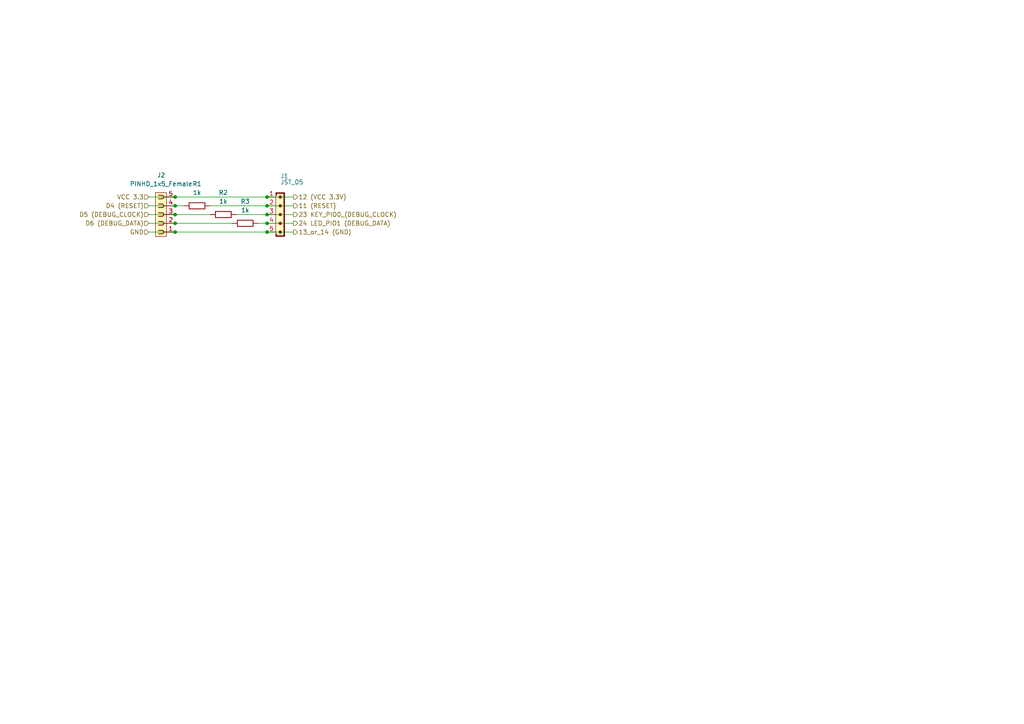
<source format=kicad_sch>
(kicad_sch (version 20250114) (generator "eeschema") (generator_version "9.0")
  (paper "A4")
  (lib_symbols
    (symbol "PCM_SL_Connectors:JST_05"
      (property "Reference" "J" (at 0 11.43 0))
      (property "Value" "JST_05" (at 0 8.89 0))
      (symbol "JST_05_0_1"
        (rectangle (start -1.27 6.35) (end 1.27 -6.35) (fill (type background)))
        (polyline (pts (xy -1.27 -5.588) (xy -1.27 -6.35) (xy 1.27 -6.35) (xy 1.27 -5.588) (xy 1.016 -5.588) (xy 1.016 -6.096) (xy -1.016 -6.096) (xy -1.016 -5.588) (xy -1.27 -5.588)) (fill (type outline)))
        (circle (center 0 5.08) (radius 0.381) (fill (type outline)))
        (circle (center 0 2.54) (radius 0.381) (fill (type outline)))
        (circle (center 0 0) (radius 0.381) (fill (type outline)))
        (circle (center 0 -2.54) (radius 0.381) (fill (type outline)))
        (circle (center 0 -5.08) (radius 0.381) (fill (type outline)))
        (rectangle (start 1.016 5.588) (end 1.27 -5.588) (fill (type outline)))
        (polyline (pts (xy 1.27 5.588) (xy 1.27 6.35) (xy -1.27 6.35) (xy -1.27 5.588) (xy -1.016 5.588) (xy -1.016 6.096) (xy 1.016 6.096) (xy 1.016 5.588) (xy 1.27 5.588)) (fill (type outline)))
      )
      (symbol "JST_05_1_1"
        (pin passive line (at -3.81 5.08 0) (length 2.54) (name "") (number "1"))
        (pin passive line (at -3.81 2.54 0) (length 2.54) (name "") (number "2"))
        (pin passive line (at -3.81 0 0) (length 2.54) (name "") (number "3"))
        (pin passive line (at -3.81 -2.54 0) (length 2.54) (name "") (number "4"))
        (pin passive line (at -3.81 -5.08 0) (length 2.54) (name "") (number "5"))
      )
    )
    (symbol "PCM_SL_Pin_Headers:PINHD_1x5_Female"
      (property "Reference" "J" (at 0 11.43 0))
      (property "Value" "PINHD_1x5_Female" (at 0 8.89 0))
      (symbol "PINHD_1x5_Female_0_1"
        (rectangle (start -1.27 6.35) (end 1.905 -6.35) (fill (type background)))
        (polyline (pts (xy -1.27 5.08) (xy -0.508 5.08)) (stroke (width 0.25)))
        (polyline (pts (xy -1.27 2.54) (xy -0.508 2.54)) (stroke (width 0.25)))
        (polyline (pts (xy -1.27 0) (xy -0.508 0)) (stroke (width 0.25)))
        (polyline (pts (xy -1.27 -2.54) (xy -0.508 -2.54)) (stroke (width 0.25)))
        (polyline (pts (xy -1.27 -5.08) (xy -0.508 -5.08)) (stroke (width 0.25)))
        (polyline (pts (xy 0 5.588) (xy 1.016 5.588)) (stroke (width 0.25)))
        (arc (start -0.508 5.08) (mid -0.3592 5.4392) (end 0 5.588) (stroke (width 0.25)))
        (arc (start 0 4.572) (mid -0.3592 4.7208) (end -0.508 5.08) (stroke (width 0.25)))
        (polyline (pts (xy 0 4.572) (xy 1.016 4.572)) (stroke (width 0.25)))
        (polyline (pts (xy 0 3.048) (xy 1.016 3.048)) (stroke (width 0.25)))
        (arc (start -0.508 2.54) (mid -0.3592 2.8992) (end 0 3.048) (stroke (width 0.25)))
        (arc (start 0 2.032) (mid -0.3592 2.1808) (end -0.508 2.54) (stroke (width 0.25)))
        (polyline (pts (xy 0 2.032) (xy 1.016 2.032)) (stroke (width 0.25)))
        (polyline (pts (xy 0 0.508) (xy 1.016 0.508)) (stroke (width 0.25)))
        (arc (start -0.508 0) (mid -0.3592 0.3592) (end 0 0.508) (stroke (width 0.25)))
        (arc (start 0 -0.508) (mid -0.3592 -0.3592) (end -0.508 0) (stroke (width 0.25)))
        (polyline (pts (xy 0 -0.508) (xy 1.016 -0.508)) (stroke (width 0.25)))
        (polyline (pts (xy 0 -2.032) (xy 1.016 -2.032)) (stroke (width 0.25)))
        (arc (start -0.508 -2.54) (mid -0.3592 -2.1808) (end 0 -2.032) (stroke (width 0.25)))
        (arc (start 0 -3.048) (mid -0.3592 -2.8992) (end -0.508 -2.54) (stroke (width 0.25)))
        (polyline (pts (xy 0 -3.048) (xy 1.016 -3.048)) (stroke (width 0.25)))
        (polyline (pts (xy 0 -4.572) (xy 1.016 -4.572)) (stroke (width 0.25)))
        (arc (start -0.508 -5.08) (mid -0.3592 -4.7208) (end 0 -4.572) (stroke (width 0.25)))
        (arc (start 0 -5.588) (mid -0.3592 -5.4392) (end -0.508 -5.08) (stroke (width 0.25)))
        (polyline (pts (xy 0 -5.588) (xy 1.016 -5.588)) (stroke (width 0.25)))
      )
      (symbol "PINHD_1x5_Female_1_1"
        (pin passive line (at -3.81 5.08 0) (length 2.54) (name "") (number "1"))
        (pin passive line (at -3.81 2.54 0) (length 2.54) (name "") (number "2"))
        (pin passive line (at -3.81 0 0) (length 2.54) (name "") (number "3"))
        (pin passive line (at -3.81 -2.54 0) (length 2.54) (name "") (number "4"))
        (pin passive line (at -3.81 -5.08 0) (length 2.54) (name "") (number "5"))
      )
    )
    (symbol "PCM_SL_Resistors:1k"
      (property "Reference" "R" (at 0 5.08 0))
      (property "Value" "1k" (at 0 2.54 0))
      (symbol "1k_0_1"
        (rectangle (start -2.286 0.889) (end 2.286 -0.889) (stroke (width 0.24)))
      )
      (symbol "1k_1_1"
        (pin passive line (at -3.81 0 0) (length 1.5) (name "") (number "1"))
        (pin passive line (at 3.81 0 180) (length 1.5) (name "~") (number "2"))
      )
    )
  )
  (junction (at 50.8 57.15))
  (junction (at 50.8 67.31))
  (junction (at 50.8 62.23))
  (junction (at 77.47 67.31))
  (junction (at 77.47 62.23))
  (junction (at 77.47 64.77))
  (junction (at 50.8 64.77))
  (junction (at 77.47 59.69))
  (junction (at 50.8 59.69))
  (junction (at 77.47 57.15))
  (wire (pts (xy 43.18 62.23) (xy 50.8 62.23)))
  (wire (pts (xy 43.18 67.31) (xy 50.8 67.31)))
  (wire (pts (xy 50.8 57.15) (xy 77.47 57.15)))
  (wire (pts (xy 77.47 64.77) (xy 85.09 64.77)))
  (wire (pts (xy 50.8 67.31) (xy 77.47 67.31)))
  (wire (pts (xy 43.18 59.69) (xy 50.8 59.69)))
  (wire (pts (xy 77.47 59.69) (xy 85.09 59.69)))
  (wire (pts (xy 68.58 62.23) (xy 77.47 62.23)))
  (wire (pts (xy 77.47 62.23) (xy 85.09 62.23)))
  (wire (pts (xy 77.47 57.15) (xy 85.09 57.15)))
  (wire (pts (xy 77.47 67.31) (xy 85.09 67.31)))
  (wire (pts (xy 60.96 59.69) (xy 77.47 59.69)))
  (wire (pts (xy 67.31 64.77) (xy 50.8 64.77)))
  (wire (pts (xy 60.96 62.23) (xy 50.8 62.23)))
  (wire (pts (xy 43.18 57.15) (xy 50.8 57.15)))
  (wire (pts (xy 43.18 64.77) (xy 50.8 64.77)))
  (wire (pts (xy 53.34 59.69) (xy 50.8 59.69)))
  (wire (pts (xy 74.93 64.77) (xy 77.47 64.77)))
  (hierarchical_label "D5 (DEBUG_CLOCK)" (shape input) (at 43.18 62.23 180))
  (hierarchical_label "GND" (shape input) (at 43.18 67.31 180))
  (hierarchical_label "12 (VCC 3.3V)" (shape output) (at 85.09 57.15 0))
  (hierarchical_label "11 (RESET)" (shape output) (at 85.09 59.69 0))
  (hierarchical_label "24 LED_PIO1 (DEBUG_DATA)" (shape output) (at 85.09 64.77 0))
  (hierarchical_label "VCC 3.3" (shape input) (at 43.18 57.15 180))
  (hierarchical_label "D4 (RESET)" (shape input) (at 43.18 59.69 180))
  (hierarchical_label "13_or_14 (GND)" (shape output) (at 85.09 67.31 0))
  (hierarchical_label "D6 (DEBUG_DATA)" (shape input) (at 43.18 64.77 180))
  (hierarchical_label "23 KEY_PIO0_(DEBUG_CLOCK)" (shape output) (at 85.09 62.23 0))
  (symbol (lib_id "PCM_SL_Connectors:JST_05") (at 81.28 62.23 0) (unit 1)
    (property "Reference" "J1" (at 81.28 51.054 0) (effects (justify left)))
    (property "Value" "JST_05" (at 81.28 52.832 0) (effects (justify left)))
    (property "Footprint" "Connector_JST:JST_EH_B5B-EH-A_1x05_P2.50mm_Vertical" (effects (hide yes)))
    (property "Description" "JST Connector  5 pins" (effects (hide yes)))
  )
  (symbol (lib_id "PCM_SL_Pin_Headers:PINHD_1x5_Female") (at 46.99 62.23 180) (unit 1)
    (property "Reference" "J2" (at 46.735 50.8 0))
    (property "Value" "PINHD_1x5_Female" (at 46.735 53.34 0))
    (property "Footprint" "Connector_PinSocket_2.54mm:PinSocket_1x05_P2.54mm_Vertical" (effects (hide yes)))
    (property "Description" "Pin Header female with pin space 2.54mm. Pin Count -5" (effects (hide yes)))
  )
  (symbol (lib_id "PCM_SL_Resistors:1k") (at 57.15 59.69 0) (unit 1)
    (property "Reference" "R1" (at 57.15 53.34 0))
    (property "Value" "1k" (at 57.15 55.88 0))
    (property "Footprint" "Resistor_THT:R_Axial_DIN0207_L6.3mm_D2.5mm_P10.16mm_Horizontal" (effects (hide yes)))
    (property "Description" "1kΩ, 1/4W Resistor" (effects (hide yes)))
  )
  (symbol (lib_id "PCM_SL_Resistors:1k") (at 71.12 64.77 0) (unit 1)
    (property "Reference" "R3" (at 71.12 58.42 0))
    (property "Value" "1k" (at 71.12 60.96 0))
    (property "Footprint" "Resistor_THT:R_Axial_DIN0207_L6.3mm_D2.5mm_P10.16mm_Horizontal" (effects (hide yes)))
    (property "Description" "1kΩ, 1/4W Resistor" (effects (hide yes)))
  )
  (symbol (lib_id "PCM_SL_Resistors:1k") (at 64.77 62.23 0) (unit 1)
    (property "Reference" "R2" (at 64.77 55.88 0))
    (property "Value" "1k" (at 64.77 58.42 0))
    (property "Footprint" "Resistor_THT:R_Axial_DIN0207_L6.3mm_D2.5mm_P10.16mm_Horizontal" (effects (hide yes)))
    (property "Description" "1kΩ, 1/4W Resistor" (effects (hide yes)))
  )
)
</source>
